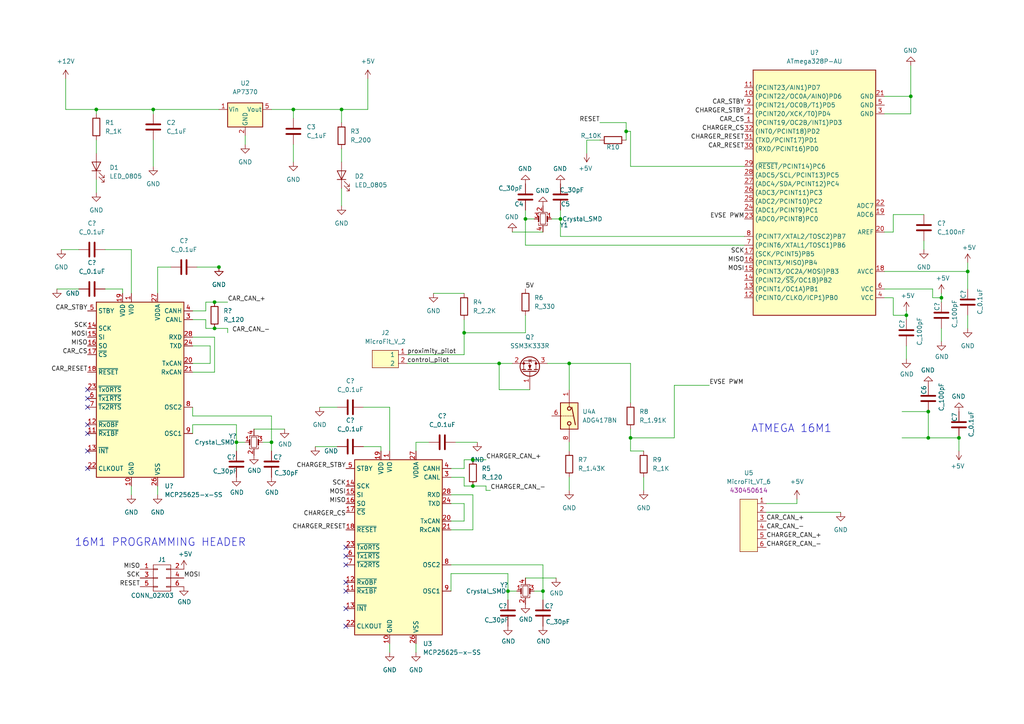
<source format=kicad_sch>
(kicad_sch (version 20211123) (generator eeschema)
  (paper "A4")
  (junction (at 62.23 87.63))
  (junction (at 182.88 127))
  (junction (at 68.58 128.27))
  (junction (at 162.56 63.5))
  (junction (at 144.78 105.41))
  (junction (at 99.06 31.75))
  (junction (at 157.48 171.45))
  (junction (at 280.67 78.74))
  (junction (at 181.61 38.1))
  (junction (at 269.24 119.38))
  (junction (at 273.05 86.36))
  (junction (at 264.16 27.94))
  (junction (at 27.94 31.75))
  (junction (at 78.74 128.27))
  (junction (at 62.23 95.25))
  (junction (at 262.89 91.44))
  (junction (at 165.1 105.41))
  (junction (at 63.5 77.47))
  (junction (at 152.4 63.5))
  (junction (at 137.16 140.97))
  (junction (at 134.62 96.52))
  (junction (at 269.24 127))
  (junction (at 137.16 133.35))
  (junction (at 278.13 127))
  (junction (at 44.45 31.75))
  (junction (at 147.32 171.45))
  (junction (at 85.09 31.75))
  (no_connect (at 100.33 161.29))
  (no_connect (at 100.33 158.75))
  (no_connect (at 100.33 168.91))
  (no_connect (at 100.33 171.45))
  (no_connect (at 100.33 163.83))
  (no_connect (at 100.33 176.53))
  (no_connect (at 100.33 181.61))
  (no_connect (at 25.4 125.73))
  (no_connect (at 25.4 130.81))
  (no_connect (at 25.4 135.89))
  (no_connect (at 25.4 123.19))
  (no_connect (at 25.4 118.11))
  (no_connect (at 25.4 115.57))
  (no_connect (at 25.4 113.03))
  (wire (pts (xy 152.4 63.5) (xy 152.4 60.96)))
  (wire (pts (xy 62.23 97.79) (xy 55.88 97.79)))
  (wire (pts (xy 55.88 90.17) (xy 59.69 90.17)))
  (wire (pts (xy 195.58 127) (xy 195.58 111.76)))
  (wire (pts (xy 85.09 31.75) (xy 99.06 31.75)))
  (wire (pts (xy 269.24 127) (xy 278.13 127)))
  (wire (pts (xy 162.56 68.58) (xy 215.9 68.58)))
  (wire (pts (xy 106.68 22.86) (xy 106.68 31.75)))
  (wire (pts (xy 270.51 86.36) (xy 273.05 86.36)))
  (wire (pts (xy 113.03 118.11) (xy 113.03 130.81)))
  (wire (pts (xy 78.74 128.27) (xy 78.74 120.65)))
  (wire (pts (xy 134.62 151.13) (xy 130.81 151.13)))
  (wire (pts (xy 186.69 138.43) (xy 186.69 142.24)))
  (wire (pts (xy 68.58 123.19) (xy 55.88 123.19)))
  (wire (pts (xy 144.78 113.03) (xy 144.78 105.41)))
  (wire (pts (xy 38.1 72.39) (xy 38.1 85.09)))
  (wire (pts (xy 195.58 111.76) (xy 205.74 111.76)))
  (wire (pts (xy 35.56 83.82) (xy 35.56 85.09)))
  (wire (pts (xy 27.94 31.75) (xy 19.05 31.75)))
  (wire (pts (xy 215.9 48.26) (xy 182.88 48.26)))
  (wire (pts (xy 147.32 173.99) (xy 147.32 171.45)))
  (wire (pts (xy 130.81 138.43) (xy 134.62 138.43)))
  (wire (pts (xy 113.03 186.69) (xy 113.03 189.23)))
  (wire (pts (xy 66.04 95.25) (xy 66.04 96.52)))
  (wire (pts (xy 222.25 148.59) (xy 243.84 148.59)))
  (wire (pts (xy 144.78 105.41) (xy 148.59 105.41)))
  (wire (pts (xy 30.48 72.39) (xy 38.1 72.39)))
  (wire (pts (xy 45.72 77.47) (xy 49.53 77.47)))
  (wire (pts (xy 278.13 130.81) (xy 278.13 127)))
  (wire (pts (xy 162.56 63.5) (xy 162.56 68.58)))
  (wire (pts (xy 152.4 96.52) (xy 152.4 91.44)))
  (wire (pts (xy 59.69 95.25) (xy 62.23 95.25)))
  (wire (pts (xy 256.54 27.94) (xy 264.16 27.94)))
  (wire (pts (xy 134.62 133.35) (xy 137.16 133.35)))
  (wire (pts (xy 59.69 92.71) (xy 59.69 95.25)))
  (wire (pts (xy 62.23 87.63) (xy 66.04 87.63)))
  (wire (pts (xy 280.67 78.74) (xy 280.67 83.82)))
  (wire (pts (xy 99.06 43.18) (xy 99.06 46.99)))
  (wire (pts (xy 264.16 27.94) (xy 264.16 33.02)))
  (wire (pts (xy 118.11 105.41) (xy 144.78 105.41)))
  (wire (pts (xy 152.4 71.12) (xy 215.9 71.12)))
  (wire (pts (xy 55.88 107.95) (xy 62.23 107.95)))
  (wire (pts (xy 267.97 62.23) (xy 259.08 62.23)))
  (wire (pts (xy 78.74 31.75) (xy 85.09 31.75)))
  (wire (pts (xy 78.74 128.27) (xy 78.74 130.81)))
  (wire (pts (xy 182.88 124.46) (xy 182.88 127)))
  (wire (pts (xy 157.48 67.31) (xy 148.59 67.31)))
  (wire (pts (xy 62.23 95.25) (xy 66.04 95.25)))
  (wire (pts (xy 256.54 33.02) (xy 264.16 33.02)))
  (wire (pts (xy 273.05 86.36) (xy 273.05 87.63)))
  (wire (pts (xy 45.72 77.47) (xy 45.72 85.09)))
  (wire (pts (xy 154.94 63.5) (xy 152.4 63.5)))
  (wire (pts (xy 76.2 128.27) (xy 78.74 128.27)))
  (wire (pts (xy 27.94 31.75) (xy 27.94 33.02)))
  (wire (pts (xy 165.1 138.43) (xy 165.1 142.24)))
  (wire (pts (xy 270.51 83.82) (xy 270.51 86.36)))
  (wire (pts (xy 259.08 67.31) (xy 256.54 67.31)))
  (wire (pts (xy 140.97 142.24) (xy 142.24 142.24)))
  (wire (pts (xy 125.73 85.09) (xy 134.62 85.09)))
  (wire (pts (xy 144.78 113.03) (xy 153.67 113.03)))
  (wire (pts (xy 157.48 171.45) (xy 157.48 163.83)))
  (wire (pts (xy 45.72 140.97) (xy 45.72 143.51)))
  (wire (pts (xy 132.08 128.27) (xy 138.43 128.27)))
  (wire (pts (xy 120.65 128.27) (xy 124.46 128.27)))
  (wire (pts (xy 27.94 40.64) (xy 27.94 44.45)))
  (wire (pts (xy 273.05 85.09) (xy 273.05 86.36)))
  (wire (pts (xy 71.12 39.37) (xy 71.12 41.91)))
  (wire (pts (xy 152.4 167.64) (xy 161.29 167.64)))
  (wire (pts (xy 55.88 100.33) (xy 60.96 100.33)))
  (wire (pts (xy 154.94 171.45) (xy 157.48 171.45)))
  (wire (pts (xy 182.88 127) (xy 195.58 127)))
  (wire (pts (xy 262.89 91.44) (xy 259.08 91.44)))
  (wire (pts (xy 17.78 72.39) (xy 22.86 72.39)))
  (wire (pts (xy 62.23 107.95) (xy 62.23 97.79)))
  (wire (pts (xy 261.62 127) (xy 269.24 127)))
  (wire (pts (xy 140.97 140.97) (xy 140.97 142.24)))
  (wire (pts (xy 68.58 130.81) (xy 68.58 128.27)))
  (wire (pts (xy 68.58 128.27) (xy 68.58 123.19)))
  (wire (pts (xy 134.62 135.89) (xy 134.62 133.35)))
  (wire (pts (xy 280.67 76.2) (xy 280.67 78.74)))
  (wire (pts (xy 273.05 95.25) (xy 273.05 99.06)))
  (wire (pts (xy 105.41 118.11) (xy 113.03 118.11)))
  (wire (pts (xy 118.11 102.87) (xy 134.62 102.87)))
  (wire (pts (xy 165.1 105.41) (xy 182.88 105.41)))
  (wire (pts (xy 182.88 127) (xy 182.88 130.81)))
  (wire (pts (xy 120.65 186.69) (xy 120.65 189.23)))
  (wire (pts (xy 59.69 90.17) (xy 59.69 87.63)))
  (wire (pts (xy 99.06 31.75) (xy 99.06 35.56)))
  (wire (pts (xy 130.81 163.83) (xy 157.48 163.83)))
  (wire (pts (xy 60.96 100.33) (xy 60.96 105.41)))
  (wire (pts (xy 55.88 120.65) (xy 55.88 118.11)))
  (wire (pts (xy 158.75 105.41) (xy 165.1 105.41)))
  (wire (pts (xy 170.18 40.64) (xy 170.18 44.45)))
  (wire (pts (xy 27.94 52.07) (xy 27.94 55.88)))
  (wire (pts (xy 19.05 31.75) (xy 19.05 22.86)))
  (wire (pts (xy 106.68 31.75) (xy 99.06 31.75)))
  (wire (pts (xy 147.32 171.45) (xy 149.86 171.45)))
  (wire (pts (xy 134.62 140.97) (xy 137.16 140.97)))
  (wire (pts (xy 134.62 96.52) (xy 152.4 96.52)))
  (wire (pts (xy 137.16 153.67) (xy 130.81 153.67)))
  (wire (pts (xy 182.88 130.81) (xy 186.69 130.81)))
  (wire (pts (xy 137.16 140.97) (xy 140.97 140.97)))
  (wire (pts (xy 91.44 129.54) (xy 97.79 129.54)))
  (wire (pts (xy 85.09 31.75) (xy 85.09 34.29)))
  (wire (pts (xy 256.54 83.82) (xy 270.51 83.82)))
  (wire (pts (xy 181.61 35.56) (xy 181.61 38.1)))
  (wire (pts (xy 222.25 146.05) (xy 231.14 146.05)))
  (wire (pts (xy 134.62 102.87) (xy 134.62 96.52)))
  (wire (pts (xy 259.08 62.23) (xy 259.08 67.31)))
  (wire (pts (xy 137.16 143.51) (xy 137.16 153.67)))
  (wire (pts (xy 73.66 124.46) (xy 82.55 124.46)))
  (wire (pts (xy 44.45 33.02) (xy 44.45 31.75)))
  (wire (pts (xy 262.89 91.44) (xy 262.89 92.71)))
  (wire (pts (xy 99.06 54.61) (xy 99.06 59.69)))
  (wire (pts (xy 55.88 123.19) (xy 55.88 125.73)))
  (wire (pts (xy 259.08 86.36) (xy 256.54 86.36)))
  (wire (pts (xy 261.62 119.38) (xy 269.24 119.38)))
  (wire (pts (xy 147.32 166.37) (xy 130.81 166.37)))
  (wire (pts (xy 35.56 83.82) (xy 30.48 83.82)))
  (wire (pts (xy 130.81 146.05) (xy 134.62 146.05)))
  (wire (pts (xy 55.88 92.71) (xy 59.69 92.71)))
  (wire (pts (xy 262.89 90.17) (xy 262.89 91.44)))
  (wire (pts (xy 134.62 138.43) (xy 134.62 140.97)))
  (wire (pts (xy 16.51 83.82) (xy 22.86 83.82)))
  (wire (pts (xy 182.88 38.1) (xy 181.61 38.1)))
  (wire (pts (xy 165.1 128.27) (xy 165.1 130.81)))
  (wire (pts (xy 130.81 135.89) (xy 134.62 135.89)))
  (wire (pts (xy 280.67 91.44) (xy 280.67 95.25)))
  (wire (pts (xy 152.4 63.5) (xy 152.4 71.12)))
  (wire (pts (xy 264.16 19.05) (xy 264.16 27.94)))
  (wire (pts (xy 68.58 128.27) (xy 71.12 128.27)))
  (wire (pts (xy 165.1 105.41) (xy 165.1 113.03)))
  (wire (pts (xy 130.81 166.37) (xy 130.81 171.45)))
  (wire (pts (xy 85.09 41.91) (xy 85.09 46.99)))
  (wire (pts (xy 259.08 91.44) (xy 259.08 86.36)))
  (wire (pts (xy 181.61 35.56) (xy 173.99 35.56)))
  (wire (pts (xy 110.49 129.54) (xy 105.41 129.54)))
  (wire (pts (xy 92.71 118.11) (xy 97.79 118.11)))
  (wire (pts (xy 110.49 129.54) (xy 110.49 130.81)))
  (wire (pts (xy 44.45 31.75) (xy 27.94 31.75)))
  (wire (pts (xy 182.88 48.26) (xy 182.88 38.1)))
  (wire (pts (xy 120.65 130.81) (xy 120.65 128.27)))
  (wire (pts (xy 134.62 146.05) (xy 134.62 151.13)))
  (wire (pts (xy 162.56 60.96) (xy 162.56 63.5)))
  (wire (pts (xy 59.69 87.63) (xy 62.23 87.63)))
  (wire (pts (xy 182.88 105.41) (xy 182.88 116.84)))
  (wire (pts (xy 162.56 63.5) (xy 160.02 63.5)))
  (wire (pts (xy 262.89 100.33) (xy 262.89 104.14)))
  (wire (pts (xy 147.32 171.45) (xy 147.32 166.37)))
  (wire (pts (xy 130.81 143.51) (xy 137.16 143.51)))
  (wire (pts (xy 44.45 31.75) (xy 63.5 31.75)))
  (wire (pts (xy 57.15 77.47) (xy 63.5 77.47)))
  (wire (pts (xy 134.62 96.52) (xy 134.62 92.71)))
  (wire (pts (xy 60.96 105.41) (xy 55.88 105.41)))
  (wire (pts (xy 44.45 40.64) (xy 44.45 48.26)))
  (wire (pts (xy 137.16 133.35) (xy 140.97 133.35)))
  (wire (pts (xy 181.61 38.1) (xy 181.61 40.64)))
  (wire (pts (xy 157.48 171.45) (xy 157.48 173.99)))
  (wire (pts (xy 173.99 40.64) (xy 170.18 40.64)))
  (wire (pts (xy 269.24 119.38) (xy 269.24 127)))
  (wire (pts (xy 267.97 69.85) (xy 267.97 72.39)))
  (wire (pts (xy 38.1 140.97) (xy 38.1 143.51)))
  (wire (pts (xy 231.14 146.05) (xy 231.14 144.78)))
  (wire (pts (xy 256.54 78.74) (xy 280.67 78.74)))
  (wire (pts (xy 78.74 120.65) (xy 55.88 120.65)))
  (text "16M1 PROGRAMMING HEADER\n" (at 21.59 158.75 0) (effects (font (size 2.2606 2.2606)) (justify left bottom)))
  (text "ATMEGA 16M1\n" (at 241.3 125.73 180) (effects (font (size 2.2606 2.2606)) (justify right bottom)))
  (label "CHARGER_STBY" (at 100.33 135.89 180))
  (label "CAR_CAN_-" (at 67.31 96.52 0))
  (label "MISO" (at 40.64 165.1 180))
  (label "SCK" (at 215.9 73.66 180))
  (label "MISO" (at 215.9 76.2 180))
  (label "MOSI" (at 25.4 97.79 180))
  (label "CAR_STBY" (at 25.4 90.17 180))
  (label "CAR_RESET" (at 215.9 43.18 180))
  (label "CAR_CS" (at 25.4 102.87 180))
  (label "MISO" (at 100.33 146.05 180))
  (label "CHARGER_RESET" (at 215.9 40.64 180))
  (label "MOSI" (at 53.34 167.64 0))
  (label "MISO" (at 25.4 100.33 180))
  (label "CAR_CAN_+" (at 66.04 87.63 0))
  (label "MOSI" (at 215.9 78.74 180))
  (label "EVSE PWM" (at 205.74 111.76 0))
  (label "CHARGER_CS" (at 215.9 38.1 180))
  (label "CHARGER_CS" (at 100.33 149.86 180))
  (label "proximity_pilot" (at 118.11 102.87 0))
  (label "CAR_STBY" (at 215.9 30.48 180))
  (label "CHARGER_CAN_+" (at 140.97 133.35 0))
  (label "CAR_RESET" (at 25.4 107.95 180))
  (label "control_pilot" (at 118.11 105.41 0))
  (label "CAR_CAN_+" (at 222.25 151.13 0))
  (label "EVSE PWM" (at 215.9 63.5 180))
  (label "CHARGER_RESET" (at 100.33 153.67 180))
  (label "CHARGER_CAN_+" (at 222.25 156.21 0))
  (label "CHARGER_STBY" (at 215.9 33.02 180))
  (label "CHARGER_CAN_-" (at 222.25 158.75 0))
  (label "RESET" (at 40.64 170.18 180))
  (label "MOSI" (at 100.33 143.51 180))
  (label "RESET" (at 173.99 35.56 180))
  (label "CAR_CAN_-" (at 222.25 153.67 0))
  (label "SCK" (at 100.33 140.97 180))
  (label "SCK" (at 25.4 95.25 180))
  (label "CAR_CS" (at 215.9 35.56 180))
  (label "5V" (at 152.4 83.82 0))
  (label "SCK" (at 40.64 167.64 180))
  (label "CHARGER_CAN_-" (at 142.24 142.24 0))
  (symbol (lib_id "formula:C_0.1uF") (at 101.6 118.11 270) (unit 1)
    (property "Reference" "C?" (at 101.6 110.49 90))
    (property "Value" "C_0.1uF" (at 101.6 113.03 90))
    (property "Footprint" "footprints:C_0805_OEM" (effects hide))
    (property "Datasheet" "http://datasheets.avx.com/X7RDielectric.pdf" (effects hide))
    (property "MFN" "DK" (effects hide))
    (property "MPN" "478-3352-1-ND" (effects hide))
    (property "PurchasingLink" "https://www.digikey.com/products/en?keywords=478-3352-1-ND" (effects hide))
  )
  (symbol (lib_id "power:GND") (at 125.73 85.09 0) (unit 1)
    (property "Reference" "#PWR?" (effects hide))
    (property "Value" "GND" (at 125.73 90.17 0))
  )
  (symbol (lib_id "power:GND") (at 45.72 143.51 0) (unit 1)
    (property "Reference" "#PWR?" (effects hide))
    (property "Value" "GND" (at 45.72 148.59 0))
  )
  (symbol (lib_id "power:GND") (at 138.43 128.27 0) (unit 1)
    (property "Reference" "#PWR?" (effects hide))
    (property "Value" "GND" (at 138.43 133.35 0))
  )
  (symbol (lib_id "power:GND") (at 157.48 181.61 0) (unit 1)
    (property "Reference" "#PWR?" (effects hide))
    (property "Value" "GND" (at 157.607 186.0042 0))
  )
  (symbol (lib_id "power:GND") (at 152.4 175.26 0) (unit 1)
    (property "Reference" "#PWR?" (effects hide))
    (property "Value" "GND" (at 152.527 179.6542 0))
  )
  (symbol (lib_id "formula:R_2.2K") (at 134.62 88.9 0) (unit 1)
    (property "Reference" "R4" (at 137.16 87.6299 0) (effects (justify left)))
    (property "Value" "R_2.2K" (at 137.16 90.1699 0) (effects (justify left)))
    (property "Footprint" "footprints:R_0805_OEM" (effects hide))
    (property "Datasheet" "https://www.seielect.com/Catalog/SEI-RMCF_RMCP.pdf" (effects hide))
    (property "MFN" "DK" (effects hide))
    (property "MPN" "RMCF0805FT2K20CT-ND" (effects hide))
    (property "PurchasingLink" "https://www.digikey.com/product-detail/en/stackpole-electronics-inc/RMCF0805FT2K20/RMCF0805FT2K20CT-ND/1942387" (effects hide))
  )
  (symbol (lib_id "power:GND") (at 68.58 138.43 0) (unit 1)
    (property "Reference" "#PWR?" (effects hide))
    (property "Value" "GND" (at 68.707 142.8242 0))
  )
  (symbol (lib_id "power:GND") (at 92.71 118.11 0) (unit 1)
    (property "Reference" "#PWR?" (effects hide))
    (property "Value" "GND" (at 92.71 123.19 0))
  )
  (symbol (lib_id "Analog_Switch:ADG417BN") (at 165.1 120.65 270) (unit 1)
    (property "Reference" "U4" (at 168.91 119.3799 90) (effects (justify left)))
    (property "Value" "ADG417BN" (at 168.91 121.9199 90) (effects (justify left)))
    (property "Footprint" "Package_DIP:DIP-8_W7.62mm" (effects hide))
    (property "Datasheet" "https://www.analog.com/media/en/technical-documentation/data-sheets/ADG417.pdf" (effects hide))
  )
  (symbol (lib_id "power:GND") (at 99.06 59.69 0) (unit 1)
    (property "Reference" "#PWR?" (effects hide))
    (property "Value" "GND" (at 99.06 64.77 0))
  )
  (symbol (lib_id "power:GND") (at 73.66 132.08 0) (unit 1)
    (property "Reference" "#PWR?" (effects hide))
    (property "Value" "GND" (at 73.787 136.4742 0))
  )
  (symbol (lib_id "power:+5V") (at 273.05 85.09 0) (unit 1)
    (property "Reference" "#PWR?" (effects hide))
    (property "Value" "+5V" (at 273.431 80.6958 0))
  )
  (symbol (lib_id "formula:C_0.1uF") (at 280.67 87.63 180) (unit 1)
    (property "Reference" "C?" (at 279.4 84.074 90) (effects (justify left)))
    (property "Value" "C_0.1uF" (at 284.226 83.566 90) (effects (justify left)))
    (property "Footprint" "footprints:C_0805_OEM" (effects hide))
    (property "Datasheet" "http://datasheets.avx.com/X7RDielectric.pdf" (effects hide))
    (property "MFN" "DK" (effects hide))
    (property "MPN" "478-3352-1-ND" (effects hide))
    (property "PurchasingLink" "https://www.digikey.com/products/en?keywords=478-3352-1-ND" (effects hide))
  )
  (symbol (lib_id "power:GND") (at 267.97 72.39 0) (unit 1)
    (property "Reference" "#PWR?" (effects hide))
    (property "Value" "GND" (at 267.97 77.47 0))
  )
  (symbol (lib_id "power:GND") (at 44.45 48.26 0) (unit 1)
    (property "Reference" "#PWR?" (effects hide))
    (property "Value" "GND" (at 44.45 53.34 0))
  )
  (symbol (lib_id "formula:C_0.1uF") (at 278.13 123.19 180) (unit 1)
    (property "Reference" "C7" (at 276.86 119.634 90) (effects (justify left)))
    (property "Value" "C_0.1uF" (at 281.686 119.126 90) (effects (justify left)))
    (property "Footprint" "footprints:C_0805_OEM" (effects hide))
    (property "Datasheet" "http://datasheets.avx.com/X7RDielectric.pdf" (effects hide))
    (property "MFN" "DK" (effects hide))
    (property "MPN" "478-3352-1-ND" (effects hide))
    (property "PurchasingLink" "https://www.digikey.com/products/en?keywords=478-3352-1-ND" (effects hide))
  )
  (symbol (lib_id "power:GND") (at 269.24 111.76 180) (unit 1)
    (property "Reference" "#PWR?" (effects hide))
    (property "Value" "GND" (at 269.113 107.3658 0))
  )
  (symbol (lib_id "formula:C_0.1uF") (at 26.67 83.82 270) (unit 1)
    (property "Reference" "C?" (at 26.67 76.2 90))
    (property "Value" "C_0.1uF" (at 26.67 78.74 90))
    (property "Footprint" "footprints:C_0805_OEM" (effects hide))
    (property "Datasheet" "http://datasheets.avx.com/X7RDielectric.pdf" (effects hide))
    (property "MFN" "DK" (effects hide))
    (property "MPN" "478-3352-1-ND" (effects hide))
    (property "PurchasingLink" "https://www.digikey.com/products/en?keywords=478-3352-1-ND" (effects hide))
  )
  (symbol (lib_id "power:GND") (at 63.5 77.47 0) (unit 1)
    (property "Reference" "#PWR?" (effects hide))
    (property "Value" "GND" (at 63.5 82.55 0))
  )
  (symbol (lib_id "power:GND") (at 78.74 138.43 0) (unit 1)
    (property "Reference" "#PWR?" (effects hide))
    (property "Value" "GND" (at 78.867 142.8242 0))
  )
  (symbol (lib_id "formula:C_100pF") (at 273.05 91.44 180) (unit 1)
    (property "Reference" "C?" (at 271.78 87.63 90) (effects (justify left)))
    (property "Value" "C_100pF" (at 276.86 86.868 90) (effects (justify left)))
    (property "Footprint" "footprints:C_0805_OEM" (effects hide))
    (property "Datasheet" "https://katalog.we-online.de/pbs/datasheet/885012007057.pdf" (effects hide))
    (property "MFN" "DK" (effects hide))
    (property "MPN" "732-7852-1-ND" (effects hide))
    (property "PurchasingLink" "https://www.digikey.com/product-detail/en/wurth-electronics-inc/885012007057/732-7852-1-ND/5454479" (effects hide))
  )
  (symbol (lib_id "formula:R_120") (at 62.23 91.44 0) (unit 1)
    (property "Reference" "R?" (at 64.77 90.1699 0) (effects (justify left)))
    (property "Value" "R_120" (at 64.77 92.7099 0) (effects (justify left)))
    (property "Footprint" "footprints:R_0805_OEM" (effects hide))
    (property "Datasheet" "https://www.mouser.com/datasheet/2/315/AOA0000C304-1149620.pdf" (effects hide))
    (property "MFN" "DK" (effects hide))
    (property "MPN" "667-ERJ-6ENF1200V" (effects hide))
    (property "PurchasingLink" "https://www.mouser.com/ProductDetail/Panasonic-Industrial-Devices/ERJ-6ENF1200V?qs=sGAEpiMZZMvdGkrng054t8AJgcdMkx7x%252bFQnctTMUmU%3d" (effects hide))
  )
  (symbol (lib_id "power:GND") (at 186.69 142.24 0) (unit 1)
    (property "Reference" "#PWR?" (effects hide))
    (property "Value" "GND" (at 186.69 147.32 0))
  )
  (symbol (lib_id "power:GND") (at 280.67 95.25 0) (unit 1)
    (property "Reference" "#PWR?" (effects hide))
    (property "Value" "GND" (at 280.67 100.33 0))
  )
  (symbol (lib_id "power:GND") (at 152.4 53.34 180) (unit 1)
    (property "Reference" "#PWR?" (effects hide))
    (property "Value" "GND" (at 152.273 48.9458 0))
  )
  (symbol (lib_id "formula:LED_0805") (at 27.94 48.26 90) (unit 1)
    (property "Reference" "D1" (at 31.75 48.5901 90) (effects (justify right)))
    (property "Value" "LED_0805" (at 31.75 51.1301 90) (effects (justify right)))
    (property "Footprint" "footprints:LED_0805_OEM" (effects hide))
    (property "Datasheet" "http://www.osram-os.com/Graphics/XPic9/00078860_0.pdf" (effects hide))
    (property "MFN" "DK" (effects hide))
    (property "MPN" "475-1410-1-ND" (effects hide))
    (property "PurchasingLink" "https://www.digikey.com/products/en?keywords=475-1410-1-ND" (effects hide))
  )
  (symbol (lib_id "power:GND") (at 157.48 59.69 180) (unit 1)
    (property "Reference" "#PWR?" (effects hide))
    (property "Value" "GND" (at 157.353 55.2958 0))
  )
  (symbol (lib_id "formula:Crystal_SMD") (at 152.4 171.45 0) (unit 1)
    (property "Reference" "Y?" (at 145.034 169.672 0) (effects (justify left)))
    (property "Value" "Crystal_SMD" (at 135.128 171.45 0) (effects (justify left)))
    (property "Footprint" "footprints:Crystal_SMD_FA238" (effects hide))
    (property "Datasheet" "http://www.txccorp.com/download/products/quartz_crystals/2015TXC_7M_17.pdf" (effects hide))
    (property "MFN" "DK" (effects hide))
    (property "MPN" "887-1125-1-ND" (effects hide))
    (property "PurchasingLink" "https://www.digikey.com/product-detail/en/txc-corporation/7M-16.000MAAJ-T/887-1125-1-ND/2119014" (effects hide))
  )
  (symbol (lib_id "power:+12V") (at 19.05 22.86 0) (unit 1)
    (property "Reference" "#PWR?" (effects hide))
    (property "Value" "+12V" (at 19.05 17.78 0))
  )
  (symbol (lib_id "formula:MCP25625-x-SS") (at 115.57 158.75 0) (unit 1)
    (property "Reference" "U3" (at 122.6694 186.69 0) (effects (justify left)))
    (property "Value" "MCP25625-x-SS" (at 122.6694 189.23 0) (effects (justify left)))
    (property "Footprint" "Package_SO:SSOP-28_5.3x10.2mm_P0.65mm" (effects hide))
    (property "Datasheet" "http://ww1.microchip.com/downloads/en/DeviceDoc/20005282B.pdf" (effects hide))
    (property "MFN" "DK" (effects hide))
    (property "MPN" "MCP25625-E/SS-ND" (effects hide))
    (property "PurchasingLink" "https://www.digikey.com/product-detail/en/microchip-technology/MCP25625-E-SS/MCP25625-E-SS-ND/4842805" (effects hide))
  )
  (symbol (lib_id "formula:R_1K") (at 186.69 134.62 0) (unit 1)
    (property "Reference" "R9" (at 189.23 133.3499 0) (effects (justify left)))
    (property "Value" "R_1K" (at 189.23 135.8899 0) (effects (justify left)))
    (property "Footprint" "footprints:R_0805_OEM" (effects hide))
    (property "Datasheet" "https://www.seielect.com/Catalog/SEI-rncp.pdf" (effects hide))
    (property "MFN" "DK" (effects hide))
    (property "MPN" "RNCP0805FTD1K00CT-ND" (effects hide))
    (property "PurchasingLink" "https://www.digikey.com/products/en?keywords=RNCP0805FTD1K00CT-ND" (effects hide))
  )
  (symbol (lib_id "formula:+12V_BUCK") (at 231.14 144.78 0) (unit 1)
    (property "Reference" "#PWR?" (effects hide))
    (property "Value" "+12V_BUCK" (at 231.14 139.7 0))
  )
  (symbol (lib_id "power:GND") (at 120.65 189.23 0) (unit 1)
    (property "Reference" "#PWR?" (effects hide))
    (property "Value" "GND" (at 120.65 194.31 0))
  )
  (symbol (lib_id "power:GND") (at 16.51 83.82 0) (unit 1)
    (property "Reference" "#PWR?" (effects hide))
    (property "Value" "GND" (at 19.05 85.0899 0) (effects (justify left)))
  )
  (symbol (lib_id "formula:SSM3K333R") (at 153.67 107.95 270) (mirror x) (unit 1)
    (property "Reference" "Q?" (at 153.67 97.79 90))
    (property "Value" "SSM3K333R" (at 153.67 100.33 90))
    (property "Footprint" "footprints:SOT-23F" (effects hide))
    (property "Datasheet" "https://drive.google.com/drive/folders/0B-V-iZf33Y4GNzhDQTJZanJRbVk" (effects hide))
    (property "MFN" "DK" (effects hide))
    (property "MPN" "SSM3K333RLFCT-ND" (effects hide))
    (property "PurchasingLink" "https://www.digikey.com/product-detail/en/toshiba-semiconductor-and-storage/SSM3K333RLF/SSM3K333RLFCT-ND/3522391" (effects hide))
  )
  (symbol (lib_id "power:GND") (at 148.59 67.31 180) (unit 1)
    (property "Reference" "#PWR?" (effects hide))
    (property "Value" "GND" (at 148.463 62.9158 0))
  )
  (symbol (lib_id "power:+5V") (at 170.18 44.45 180) (unit 1)
    (property "Reference" "#PWR?" (effects hide))
    (property "Value" "+5V" (at 169.799 48.8442 0))
  )
  (symbol (lib_id "formula:R_1K") (at 27.94 36.83 0) (unit 1)
    (property "Reference" "R1" (at 30.48 35.5599 0) (effects (justify left)))
    (property "Value" "R_1K" (at 30.48 38.0999 0) (effects (justify left)))
    (property "Footprint" "footprints:R_0805_OEM" (effects hide))
    (property "Datasheet" "https://www.seielect.com/Catalog/SEI-rncp.pdf" (effects hide))
    (property "MFN" "DK" (effects hide))
    (property "MPN" "RNCP0805FTD1K00CT-ND" (effects hide))
    (property "PurchasingLink" "https://www.digikey.com/products/en?keywords=RNCP0805FTD1K00CT-ND" (effects hide))
  )
  (symbol (lib_id "power:+5V") (at 278.13 130.81 180) (unit 1)
    (property "Reference" "#PWR?" (effects hide))
    (property "Value" "+5V" (at 277.749 135.2042 0))
  )
  (symbol (lib_id "power:GND") (at 82.55 124.46 0) (unit 1)
    (property "Reference" "#PWR?" (effects hide))
    (property "Value" "GND" (at 82.677 128.8542 0))
  )
  (symbol (lib_id "power:+5V") (at 262.89 90.17 0) (unit 1)
    (property "Reference" "#PWR?" (effects hide))
    (property "Value" "+5V" (at 263.271 85.7758 0))
  )
  (symbol (lib_id "formula:C_30pF") (at 68.58 134.62 0) (unit 1)
    (property "Reference" "C?" (at 65.786 132.588 0) (effects (justify left)))
    (property "Value" "C_30pF" (at 61.722 136.652 0) (effects (justify left)))
    (property "Footprint" "footprints:C_0805_OEM" (effects hide))
    (property "Datasheet" "https://media.digikey.com/pdf/Data%20Sheets/Samsung%20PDFs/CL_Series_MLCC_ds.pdf" (effects hide))
    (property "MFN" "DK" (effects hide))
    (property "MPN" "1276-1130-1-ND" (effects hide))
    (property "PurchasingLink" "https://www.digikey.com/product-detail/en/samsung-electro-mechanics-america-inc/CL21C300JBANNNC/1276-1130-1-ND/3889216" (effects hide))
  )
  (symbol (lib_id "formula:C_1uF") (at 85.09 39.37 0) (unit 1)
    (property "Reference" "C3" (at 88.9 36.8299 0) (effects (justify left)))
    (property "Value" "C_1uF" (at 88.9 39.3699 0) (effects (justify left)))
    (property "Footprint" "footprints:C_0805_OEM" (effects hide))
    (property "Datasheet" "https://media.digikey.com/pdf/Data%20Sheets/Samsung%20PDFs/CL21B105KBFNNNG_Spec.pdf" (effects hide))
    (property "PurchasingLink" "https://www.digikey.com/en/products/detail/samsung-electro-mechanics/CL21B105KBFNNNG/3894467" (effects hide))
    (property "MFN" "DK" (effects hide))
    (property "MPN" "1276-6470-1-ND" (effects hide))
  )
  (symbol (lib_id "power:GND") (at 162.56 53.34 180) (unit 1)
    (property "Reference" "#PWR?" (effects hide))
    (property "Value" "GND" (at 162.433 48.9458 0))
  )
  (symbol (lib_id "power:GND") (at 243.84 148.59 0) (unit 1)
    (property "Reference" "#PWR?" (effects hide))
    (property "Value" "GND" (at 243.84 153.67 0))
  )
  (symbol (lib_id "formula:Crystal_SMD") (at 157.48 63.5 180) (unit 1)
    (property "Reference" "Y1" (at 164.846 65.278 0) (effects (justify left)))
    (property "Value" "Crystal_SMD" (at 174.752 63.5 0) (effects (justify left)))
    (property "Footprint" "footprints:Crystal_SMD_FA238" (effects hide))
    (property "Datasheet" "http://www.txccorp.com/download/products/quartz_crystals/2015TXC_7M_17.pdf" (effects hide))
    (property "MFN" "DK" (effects hide))
    (property "MPN" "887-1125-1-ND" (effects hide))
    (property "PurchasingLink" "https://www.digikey.com/product-detail/en/txc-corporation/7M-16.000MAAJ-T/887-1125-1-ND/2119014" (effects hide))
  )
  (symbol (lib_id "formula:C_0.1uF") (at 101.6 129.54 270) (unit 1)
    (property "Reference" "C?" (at 101.6 121.92 90))
    (property "Value" "C_0.1uF" (at 101.6 124.46 90))
    (property "Footprint" "footprints:C_0805_OEM" (effects hide))
    (property "Datasheet" "http://datasheets.avx.com/X7RDielectric.pdf" (effects hide))
    (property "MFN" "DK" (effects hide))
    (property "MPN" "478-3352-1-ND" (effects hide))
    (property "PurchasingLink" "https://www.digikey.com/products/en?keywords=478-3352-1-ND" (effects hide))
  )
  (symbol (lib_id "formula:R_10K") (at 177.8 40.64 90) (unit 1)
    (property "Reference" "R10" (at 177.8 42.672 90))
    (property "Value" "R_10K" (at 171.45 39.37 90))
    (property "Footprint" "footprints:R_0805_OEM" (effects hide))
    (property "Datasheet" "http://www.bourns.com/data/global/pdfs/CRS.pdf" (effects hide))
    (property "MFN" "DK" (effects hide))
    (property "MPN" "CRS0805-FX-1002ELFCT-ND" (effects hide))
    (property "PurchasingLink" "https://www.digikey.com/products/en?keywords=CRS0805-FX-1002ELFCT-ND" (effects hide))
  )
  (symbol (lib_id "formula:C_100pF") (at 262.89 96.52 180) (unit 1)
    (property "Reference" "C?" (at 261.62 92.71 90) (effects (justify left)))
    (property "Value" "C_100pF" (at 266.7 91.948 90) (effects (justify left)))
    (property "Footprint" "footprints:C_0805_OEM" (effects hide))
    (property "Datasheet" "https://katalog.we-online.de/pbs/datasheet/885012007057.pdf" (effects hide))
    (property "MFN" "DK" (effects hide))
    (property "MPN" "732-7852-1-ND" (effects hide))
    (property "PurchasingLink" "https://www.digikey.com/product-detail/en/wurth-electronics-inc/885012007057/732-7852-1-ND/5454479" (effects hide))
  )
  (symbol (lib_id "formula:C_0.1uF") (at 53.34 77.47 270) (unit 1)
    (property "Reference" "C?" (at 53.34 69.85 90))
    (property "Value" "C_0.1uF" (at 53.34 72.39 90))
    (property "Footprint" "footprints:C_0805_OEM" (effects hide))
    (property "Datasheet" "http://datasheets.avx.com/X7RDielectric.pdf" (effects hide))
    (property "MFN" "DK" (effects hide))
    (property "MPN" "478-3352-1-ND" (effects hide))
    (property "PurchasingLink" "https://www.digikey.com/products/en?keywords=478-3352-1-ND" (effects hide))
  )
  (symbol (lib_id "power:GND") (at 38.1 143.51 0) (unit 1)
    (property "Reference" "#PWR?" (effects hide))
    (property "Value" "GND" (at 38.1 148.59 0))
  )
  (symbol (lib_id "power:GND") (at 85.09 46.99 0) (unit 1)
    (property "Reference" "#PWR?" (effects hide))
    (property "Value" "GND" (at 85.09 52.07 0))
  )
  (symbol (lib_id "power:+5V") (at 280.67 76.2 0) (unit 1)
    (property "Reference" "#PWR?" (effects hide))
    (property "Value" "+5V" (at 281.051 71.8058 0))
  )
  (symbol (lib_id "formula:C_30pF") (at 152.4 57.15 180) (unit 1)
    (property "Reference" "C4" (at 151.892 59.182 0) (effects (justify left)))
    (property "Value" "C_30pF" (at 151.638 54.61 0) (effects (justify left)))
    (property "Footprint" "footprints:C_0805_OEM" (effects hide))
    (property "Datasheet" "https://media.digikey.com/pdf/Data%20Sheets/Samsung%20PDFs/CL_Series_MLCC_ds.pdf" (effects hide))
    (property "MFN" "DK" (effects hide))
    (property "MPN" "1276-1130-1-ND" (effects hide))
    (property "PurchasingLink" "https://www.digikey.com/product-detail/en/samsung-electro-mechanics-america-inc/CL21C300JBANNNC/1276-1130-1-ND/3889216" (effects hide))
  )
  (symbol (lib_id "formula:Crystal_SMD") (at 73.66 128.27 0) (unit 1)
    (property "Reference" "Y?" (at 66.294 126.492 0) (effects (justify left)))
    (property "Value" "Crystal_SMD" (at 56.388 128.27 0) (effects (justify left)))
    (property "Footprint" "footprints:Crystal_SMD_FA238" (effects hide))
    (property "Datasheet" "http://www.txccorp.com/download/products/quartz_crystals/2015TXC_7M_17.pdf" (effects hide))
    (property "MFN" "DK" (effects hide))
    (property "MPN" "887-1125-1-ND" (effects hide))
    (property "PurchasingLink" "https://www.digikey.com/product-detail/en/txc-corporation/7M-16.000MAAJ-T/887-1125-1-ND/2119014" (effects hide))
  )
  (symbol (lib_id "power:+5V") (at 53.34 165.1 0) (unit 1)
    (property "Reference" "#PWR?" (effects hide))
    (property "Value" "+5V" (at 53.721 160.7058 0))
  )
  (symbol (lib_id "power:GND") (at 273.05 99.06 0) (unit 1)
    (property "Reference" "#PWR?" (effects hide))
    (property "Value" "GND" (at 273.177 103.4542 0))
  )
  (symbol (lib_id "formula:ATmega328P-AU") (at 231.14 55.88 180) (unit 1)
    (property "Reference" "U?" (at 236.22 15.24 0))
    (property "Value" "ATmega328P-AU" (at 236.22 17.78 0))
    (property "Footprint" "Package_QFP:TQFP-32_7x7mm_P0.8mm" (effects hide))
    (property "Datasheet" "http://ww1.microchip.com/downloads/en/DeviceDoc/Atmel-7810-Automotive-Microcontrollers-ATmega328P_Datasheet.pdf" (effects hide))
    (property "PurchasingLink" "https://www.digikey.com/product-detail/en/microchip-technology/ATMEGA328P-15AZ/ATMEGA328P-15AZTR-ND/1914586" (effects hide))
    (property "MPN" "ATMEGA328P-15AZTR-ND" (effects hide))
    (property "MFN" "DK" (effects hide))
  )
  (symbol (lib_id "formula:C_30pF") (at 78.74 134.62 0) (unit 1)
    (property "Reference" "C?" (at 79.248 132.588 0) (effects (justify left)))
    (property "Value" "C_30pF" (at 79.502 137.16 0) (effects (justify left)))
    (property "Footprint" "footprints:C_0805_OEM" (effects hide))
    (property "Datasheet" "https://media.digikey.com/pdf/Data%20Sheets/Samsung%20PDFs/CL_Series_MLCC_ds.pdf" (effects hide))
    (property "MFN" "DK" (effects hide))
    (property "MPN" "1276-1130-1-ND" (effects hide))
    (property "PurchasingLink" "https://www.digikey.com/product-detail/en/samsung-electro-mechanics-america-inc/CL21C300JBANNNC/1276-1130-1-ND/3889216" (effects hide))
  )
  (symbol (lib_id "power:GND") (at 278.13 119.38 180) (unit 1)
    (property "Reference" "#PWR?" (effects hide))
    (property "Value" "GND" (at 278.003 114.9858 0))
  )
  (symbol (lib_id "formula:C_0.1uF") (at 26.67 72.39 270) (unit 1)
    (property "Reference" "C?" (at 26.67 64.77 90))
    (property "Value" "C_0.1uF" (at 26.67 67.31 90))
    (property "Footprint" "footprints:C_0805_OEM" (effects hide))
    (property "Datasheet" "http://datasheets.avx.com/X7RDielectric.pdf" (effects hide))
    (property "MFN" "DK" (effects hide))
    (property "MPN" "478-3352-1-ND" (effects hide))
    (property "PurchasingLink" "https://www.digikey.com/products/en?keywords=478-3352-1-ND" (effects hide))
  )
  (symbol (lib_id "power:GND") (at 262.89 104.14 0) (unit 1)
    (property "Reference" "#PWR?" (effects hide))
    (property "Value" "GND" (at 263.017 108.5342 0))
  )
  (symbol (lib_id "formula:C_30pF") (at 147.32 177.8 0) (unit 1)
    (property "Reference" "C?" (at 144.526 175.768 0) (effects (justify left)))
    (property "Value" "C_30pF" (at 140.462 179.832 0) (effects (justify left)))
    (property "Footprint" "footprints:C_0805_OEM" (effects hide))
    (property "Datasheet" "https://media.digikey.com/pdf/Data%20Sheets/Samsung%20PDFs/CL_Series_MLCC_ds.pdf" (effects hide))
    (property "MFN" "DK" (effects hide))
    (property "MPN" "1276-1130-1-ND" (effects hide))
    (property "PurchasingLink" "https://www.digikey.com/product-detail/en/samsung-electro-mechanics-america-inc/CL21C300JBANNNC/1276-1130-1-ND/3889216" (effects hide))
  )
  (symbol (lib_id "power:GND") (at 113.03 189.23 0) (unit 1)
    (property "Reference" "#PWR?" (effects hide))
    (property "Value" "GND" (at 113.03 194.31 0))
  )
  (symbol (lib_id "formula:C_30pF") (at 162.56 57.15 180) (unit 1)
    (property "Reference" "C5" (at 165.354 59.182 0) (effects (justify left)))
    (property "Value" "C_30pF" (at 169.418 55.118 0) (effects (justify left)))
    (property "Footprint" "footprints:C_0805_OEM" (effects hide))
    (property "Datasheet" "https://media.digikey.com/pdf/Data%20Sheets/Samsung%20PDFs/CL_Series_MLCC_ds.pdf" (effects hide))
    (property "MFN" "DK" (effects hide))
    (property "MPN" "1276-1130-1-ND" (effects hide))
    (property "PurchasingLink" "https://www.digikey.com/product-detail/en/samsung-electro-mechanics-america-inc/CL21C300JBANNNC/1276-1130-1-ND/3889216" (effects hide))
  )
  (symbol (lib_id "power:GND") (at 17.78 72.39 0) (unit 1)
    (property "Reference" "#PWR?" (effects hide))
    (property "Value" "GND" (at 17.78 77.47 0))
  )
  (symbol (lib_id "formula:C_100pF") (at 269.24 115.57 180) (unit 1)
    (property "Reference" "C6" (at 267.97 111.76 90) (effects (justify left)))
    (property "Value" "C_100pF" (at 273.05 110.998 90) (effects (justify left)))
    (property "Footprint" "footprints:C_0805_OEM" (effects hide))
    (property "Datasheet" "https://katalog.we-online.de/pbs/datasheet/885012007057.pdf" (effects hide))
    (property "MFN" "DK" (effects hide))
    (property "MPN" "732-7852-1-ND" (effects hide))
    (property "PurchasingLink" "https://www.digikey.com/product-detail/en/wurth-electronics-inc/885012007057/732-7852-1-ND/5454479" (effects hide))
  )
  (symbol (lib_id "formula:C_1uF") (at 44.45 38.1 0) (unit 1)
    (property "Reference" "C2" (at 48.26 35.5599 0) (effects (justify left)))
    (property "Value" "C_1uF" (at 48.26 38.0999 0) (effects (justify left)))
    (property "Footprint" "footprints:C_0805_OEM" (effects hide))
    (property "Datasheet" "https://media.digikey.com/pdf/Data%20Sheets/Samsung%20PDFs/CL21B105KBFNNNG_Spec.pdf" (effects hide))
    (property "PurchasingLink" "https://www.digikey.com/en/products/detail/samsung-electro-mechanics/CL21B105KBFNNNG/3894467" (effects hide))
    (property "MFN" "DK" (effects hide))
    (property "MPN" "1276-6470-1-ND" (effects hide))
  )
  (symbol (lib_id "formula:R_120") (at 137.16 137.16 0) (unit 1)
    (property "Reference" "R5" (at 139.7 135.8899 0) (effects (justify left)))
    (property "Value" "R_120" (at 139.7 138.4299 0) (effects (justify left)))
    (property "Footprint" "footprints:R_0805_OEM" (effects hide))
    (property "Datasheet" "https://www.mouser.com/datasheet/2/315/AOA0000C304-1149620.pdf" (effects hide))
    (property "MFN" "DK" (effects hide))
    (property "MPN" "667-ERJ-6ENF1200V" (effects hide))
    (property "PurchasingLink" "https://www.mouser.com/ProductDetail/Panasonic-Industrial-Devices/ERJ-6ENF1200V?qs=sGAEpiMZZMvdGkrng054t8AJgcdMkx7x%252bFQnctTMUmU%3d" (effects hide))
  )
  (symbol (lib_id "formula:R_1.43K") (at 165.1 134.62 0) (unit 1)
    (property "Reference" "R7" (at 167.64 133.3499 0) (effects (justify left)))
    (property "Value" "R_1.43K" (at 167.64 135.8899 0) (effects (justify left)))
    (property "Footprint" "footprints:R_0805_OEM" (effects hide))
    (property "Datasheet" "https://media.digikey.com/pdf/Data%20Sheets/Tyco%20Electonics%20AMP%20PDFs/RN73_Series_2011.pdf" (effects hide))
    (property "MFN" "DK" (effects hide))
    (property "MPN" "A103351CT-ND" (effects hide))
    (property "PurchasingLink" "https://www.digikey.com/product-detail/en/te-connectivity-passive-product/RN73C2A1K43BTDF/A103351CT-ND/2730566" (effects hide))
  )
  (symbol (lib_id "formula:C_0.1uF") (at 128.27 128.27 270) (unit 1)
    (property "Reference" "C?" (at 128.27 120.65 90))
    (property "Value" "C_0.1uF" (at 128.27 123.19 90))
    (property "Footprint" "footprints:C_0805_OEM" (effects hide))
    (property "Datasheet" "http://datasheets.avx.com/X7RDielectric.pdf" (effects hide))
    (property "MFN" "DK" (effects hide))
    (property "MPN" "478-3352-1-ND" (effects hide))
    (property "PurchasingLink" "https://www.digikey.com/products/en?keywords=478-3352-1-ND" (effects hide))
  )
  (symbol (lib_id "power:GND") (at 53.34 170.18 0) (unit 1)
    (property "Reference" "#PWR?" (effects hide))
    (property "Value" "GND" (at 53.467 174.5742 0))
  )
  (symbol (lib_id "formula:MCP25625-x-SS") (at 40.64 113.03 0) (unit 1)
    (property "Reference" "U?" (at 47.7394 140.97 0) (effects (justify left)))
    (property "Value" "MCP25625-x-SS" (at 47.7394 143.51 0) (effects (justify left)))
    (property "Footprint" "Package_SO:SSOP-28_5.3x10.2mm_P0.65mm" (effects hide))
    (property "Datasheet" "http://ww1.microchip.com/downloads/en/DeviceDoc/20005282B.pdf" (effects hide))
    (property "MFN" "DK" (effects hide))
    (property "MPN" "MCP25625-E/SS-ND" (effects hide))
    (property "PurchasingLink" "https://www.digikey.com/product-detail/en/microchip-technology/MCP25625-E-SS/MCP25625-E-SS-ND/4842805" (effects hide))
  )
  (symbol (lib_id "formula:R_200") (at 99.06 39.37 0) (unit 1)
    (property "Reference" "R3" (at 101.6 38.0999 0) (effects (justify left)))
    (property "Value" "R_200" (at 101.6 40.6399 0) (effects (justify left)))
    (property "Footprint" "footprints:R_0805_OEM" (effects hide))
    (property "Datasheet" "https://www.seielect.com/Catalog/SEI-RMCF_RMCP.pdf" (effects hide))
    (property "MFN" "DK" (effects hide))
    (property "MPN" "RMCF0805JT200RCT-ND" (effects hide))
    (property "PurchasingLink" "https://www.digikey.com/products/en?keywords=RMCF0805JT200RCT-ND" (effects hide))
  )
  (symbol (lib_id "power:GND") (at 161.29 167.64 0) (unit 1)
    (property "Reference" "#PWR?" (effects hide))
    (property "Value" "GND" (at 161.417 172.0342 0))
  )
  (symbol (lib_id "power:GND") (at 71.12 41.91 0) (unit 1)
    (property "Reference" "#PWR?" (effects hide))
    (property "Value" "GND" (at 71.12 46.99 0))
  )
  (symbol (lib_id "formula:CONN_02X03") (at 46.99 167.64 0) (unit 1)
    (property "Reference" "J1" (at 46.99 162.306 0))
    (property "Value" "CONN_02X03" (at 44.196 172.72 0))
    (property "Footprint" "footprints:Pin_Header_Straight_2x03" (effects hide))
    (property "Datasheet" "http://portal.fciconnect.com/Comergent//fci/drawing/67996.pdf" (effects hide))
    (property "MFN" "DK" (effects hide))
    (property "MPN" "609-3234-ND" (effects hide))
    (property "PurchasingLink" "https://www.digikey.com/product-detail/en/amphenol-fci/67997-206HLF/609-3234-ND/1878491" (effects hide))
  )
  (symbol (lib_id "power:GND") (at 63.5 77.47 0) (unit 1)
    (property "Reference" "#PWR?" (effects hide))
    (property "Value" "GND" (at 63.5 82.55 0))
  )
  (symbol (lib_id "power:GND") (at 91.44 129.54 0) (unit 1)
    (property "Reference" "#PWR?" (effects hide))
    (property "Value" "GND" (at 93.98 130.8099 0) (effects (justify left)))
  )
  (symbol (lib_id "formula:R_330") (at 152.4 87.63 0) (unit 1)
    (property "Reference" "R6" (at 154.94 86.3599 0) (effects (justify left)))
    (property "Value" "R_330" (at 154.94 88.8999 0) (effects (justify left)))
    (property "Footprint" "footprints:R_0805_OEM" (effects hide))
    (property "Datasheet" "https://www.seielect.com/Catalog/SEI-RMCF_RMCP.pdf" (effects hide))
    (property "MFN" "DK" (effects hide))
    (property "MPN" "RMCF0805FT330RCT-ND" (effects hide))
    (property "PurchasingLink" "https://www.digikey.com/product-detail/en/stackpole-electronics-inc/RMCF0805FT330R/RMCF0805FT330RCT-ND/1942351" (effects hide))
  )
  (symbol (lib_id "formula:LED_0805") (at 99.06 50.8 90) (unit 1)
    (property "Reference" "D2" (at 102.87 51.1301 90) (effects (justify right)))
    (property "Value" "LED_0805" (at 102.87 53.6701 90) (effects (justify right)))
    (property "Footprint" "footprints:LED_0805_OEM" (effects hide))
    (property "Datasheet" "http://www.osram-os.com/Graphics/XPic9/00078860_0.pdf" (effects hide))
    (property "MFN" "DK" (effects hide))
    (property "MPN" "475-1410-1-ND" (effects hide))
    (property "PurchasingLink" "https://www.digikey.com/products/en?keywords=475-1410-1-ND" (effects hide))
  )
  (symbol (lib_id "power:GND") (at 165.1 142.24 0) (unit 1)
    (property "Reference" "#PWR?" (effects hide))
    (property "Value" "GND" (at 165.1 147.32 0))
  )
  (symbol (lib_id "formula:R_1.91K") (at 182.88 120.65 0) (unit 1)
    (property "Reference" "R8" (at 185.42 119.3799 0) (effects (justify left)))
    (property "Value" "R_1.91K" (at 185.42 121.9199 0) (effects (justify left)))
    (property "Footprint" "footprints:R_0805_OEM" (effects hide))
    (property "Datasheet" "https://www.seielect.com/catalog/sei-rncf.pdf" (effects hide))
    (property "PurchasingLink" "https://www.digikey.com/en/products/detail/stackpole-electronics-inc/RNCF0805DTE1K91/6241831" (effects hide))
    (property "MPN" "RNCF0805DTE1K91CT-ND" (effects hide))
    (property "MFN" "DK" (effects hide))
  )
  (symbol (lib_id "power:GND") (at 264.16 19.05 180) (unit 1)
    (property "Reference" "#PWR?" (effects hide))
    (property "Value" "GND" (at 264.033 14.6558 0))
  )
  (symbol (lib_id "power:+5V") (at 106.68 22.86 0) (unit 1)
    (property "Reference" "#PWR?" (effects hide))
    (property "Value" "+5V" (at 106.68 17.78 0))
  )
  (symbol (lib_id "formula:C_30pF") (at 157.48 177.8 0) (unit 1)
    (property "Reference" "C?" (at 157.988 175.768 0) (effects (justify left)))
    (property "Value" "C_30pF" (at 158.242 180.34 0) (effects (justify left)))
    (property "Footprint" "footprints:C_0805_OEM" (effects hide))
    (property "Datasheet" "https://media.digikey.com/pdf/Data%20Sheets/Samsung%20PDFs/CL_Series_MLCC_ds.pdf" (effects hide))
    (property "MFN" "DK" (effects hide))
    (property "MPN" "1276-1130-1-ND" (effects hide))
    (property "PurchasingLink" "https://www.digikey.com/product-detail/en/samsung-electro-mechanics-america-inc/CL21C300JBANNNC/1276-1130-1-ND/3889216" (effects hide))
  )
  (symbol (lib_id "power:GND") (at 27.94 55.88 0) (unit 1)
    (property "Reference" "#PWR?" (effects hide))
    (property "Value" "GND" (at 27.94 60.96 0))
  )
  (symbol (lib_id "formula:AP7370") (at 71.12 31.75 0) (unit 1)
    (property "Reference" "U2" (at 71.12 24.13 0))
    (property "Value" "AP7370" (at 71.12 26.67 0))
    (property "Footprint" "footprints:SOT-23-5" (effects hide))
    (property "MFN" "DK" (effects hide))
    (property "MPN" "AP7370-50W5-7DICT-ND" (effects hide))
    (property "PurchasingLink" "https://www.digikey.com/en/products/detail/diodes-incorporated/AP7370-50W5-7/10235827" (effects hide))
  )
  (symbol (lib_id "formula:C_100nF") (at 267.97 66.04 0) (unit 1)
    (property "Reference" "C?" (at 271.78 64.7699 0) (effects (justify left)))
    (property "Value" "C_100nF" (at 271.78 67.3099 0) (effects (justify left)))
    (property "Footprint" "footprints:C_0603_1608Metric" (effects hide))
    (property "Datasheet" "http://www.samsungsem.com/kr/support/product-search/mlcc/CL10A475KQ8NNNC.jsp" (effects hide))
    (property "MFN" "DK" (effects hide))
    (property "MPN" "1276-6717-1-ND" (effects hide))
    (property "PurchasingLink" "https://www.digikey.com/product-detail/en/samsung-electro-mechanics/CL10B104KA8WPNC/1276-6717-1-ND/5961576" (effects hide))
  )
  (symbol (lib_id "formula:MicroFit_VT_6") (at 217.17 152.4 0) (unit 1)
    (property "Reference" "U5" (at 217.17 137.16 0))
    (property "Value" "MicroFit_VT_6" (at 217.17 139.7 0))
    (property "Footprint" "footprints:MicroFit_VT_6" (effects hide))
    (property "MPN" "430450614" (at 217.17 142.24 0))
    (property "PurchasingLink" "https://www.digikey.com/product-detail/en/molex/0430450614/WM1797-ND/252510" (effects hide))
  )
  (symbol (lib_id "formula:MicroFit_V_2") (at 111.76 104.14 0) (unit 1)
    (property "Reference" "J2" (at 111.76 96.52 0))
    (property "Value" "MicroFit_V_2" (at 111.76 99.06 0))
    (property "Footprint" "footprints:MicroFit_V_2" (effects hide))
    (property "Datasheet" "https://www.molex.com/pdm_docs/sd/430450225_sd.pdf" (effects hide))
    (property "DK" "MFN" (effects hide))
    (property "MPN" "WM10660-ND" (effects hide))
    (property "PurchasingLink" "https://www.digikey.com/product-detail/en/molex/0430450225/WM10660-ND/3310180" (effects hide))
  )
  (symbol (lib_id "power:GND") (at 147.32 181.61 0) (unit 1)
    (property "Reference" "#PWR?" (effects hide))
    (property "Value" "GND" (at 147.447 186.0042 0))
  )
)
</source>
